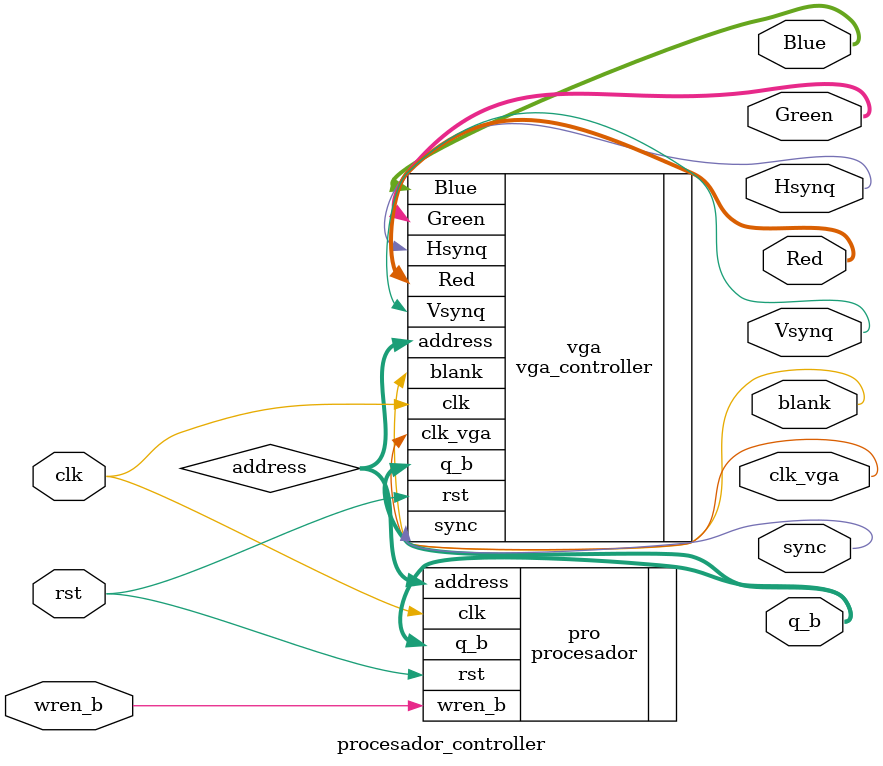
<source format=sv>
module procesador_controller (input logic clk,
						 input logic rst,
						 input logic wren_b,
						 output logic Hsynq,
					  	 output logic Vsynq, blank, sync,
						 output logic [7:0] Green,
						 output logic [7:0] Red,
						  output logic [7:0]q_b,
						 output logic [7:0] Blue,
						 output logic clk_vga);

						 
						 

logic [31:0]address;

procesador pro (.clk(clk), 
					.rst(rst),
					.wren_b(wren_b),
					.address(address),
					.q_b(q_b));
	
	
vga_controller vga(
	.clk(clk),
	.rst(rst),
	.q_b(q_b),
	.Hsynq(Hsynq),
	.Vsynq(Vsynq),
	.blank(blank),
	.sync(sync),
	.Red(Red),
	.Green(Green),
	.Blue(Blue), 
	.clk_vga(clk_vga),
	.address(address));
										
endmodule									
</source>
